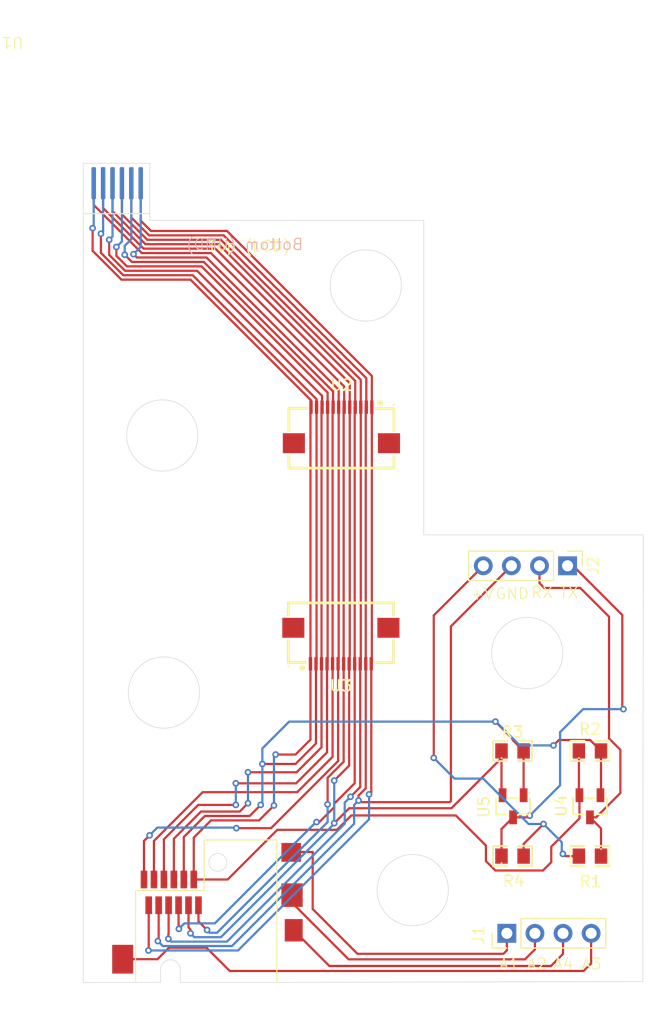
<source format=kicad_pcb>
(kicad_pcb (version 20240108) (generator "pcbnew") (generator_version "8.0")
  (layers (0 "F.Cu" signal) (31 "B.Cu" signal) (34 "B.Paste" user) (35 "F.Paste" user) (36 "B.SilkS" user "B.Silkscreen") (37 "F.SilkS" user "F.Silkscreen") (38 "B.Mask" user) (39 "F.Mask" user) (44 "Edge.Cuts" user))
  (net 0 "")
  (net 1 "/OUT_UART_VCC")
  (net 2 "/OUT_PSPRX")
  (net 3 "/PSPRX")
  (net 4 "/PSP_UART_VCC")
  (net 5 "/PSPTX")
  (net 6 "/OUT_PSPTX")
  (net 7 "/PSP_BLUE_LUME_PB")
  (net 8 "/PSP_WAKE")
  (net 9 "/GND")
  (net 10 "/PSP_VIDEO_DETECT")
  (net 11 "/LUMA_Y")
  (net 12 "/RED_LUMA_PR")
  (net 13 "/PSPMICIN")
  (net 18 "/audio4")
  (net 19 "/audio3")
  (net 20 "/audio2")
  (net 21 "/audio1")
  (footprint "jlcpcb:R0805" (layer "F.Cu") (at 206.025 114.925)
    (property "Reference" "R2" (at 0 -1.95 0) (layer "F.SilkS"))
    (property "Value" "0805W8F1002T5E")
    (fp_line (start -1.761138 -0.917094) (end -0.4762 -0.917094) (stroke (width 0.1524)) (layer "F.SilkS"))
    (fp_line (start -1.761138 0.917094) (end -1.761138 -0.917094) (stroke (width 0.1524)) (layer "F.SilkS"))
    (fp_line (start -0.4762 0.917094) (end -1.761138 0.917094) (stroke (width 0.1524)) (layer "F.SilkS"))
    (fp_line (start 0.4762 0.917094) (end 1.761138 0.917094) (stroke (width 0.1524)) (layer "F.SilkS"))
    (fp_line (start 1.761138 -0.917094) (end 0.4762 -0.917094) (stroke (width 0.1524)) (layer "F.SilkS"))
    (fp_line (start 1.761138 0.917094) (end 1.761138 -0.917094) (stroke (width 0.1524)) (layer "F.SilkS"))
    (fp_circle (center -1 0.637541) (end -0.970028 0.637541) (stroke (width 0.059995)) (fill none) (layer "F.SilkS"))
    (pad "1" smd rect (at -1 0) (size 1.132537 1.377013) (layers "F.Cu" "F.Paste" "F.Mask") (net 3 "/PSPRX"))
    (pad "2" smd rect (at 1 0) (size 1.132537 1.377013) (layers "F.Cu" "F.Paste" "F.Mask") (net 4 "/PSP_UART_VCC"))
  )
  (footprint "jlcpcb:R0805" (layer "F.Cu") (at 206.025 124.425 180)
    (property "Reference" "R1" (at -0.05 -2.3 0) (layer "F.SilkS"))
    (property "Value" "0805W8F1002T5E")
    (fp_line (start 1.761138 0.917094) (end 1.761138 -0.917094) (stroke (width 0.1524)) (layer "F.SilkS"))
    (fp_line (start 1.761138 -0.917094) (end 0.4762 -0.917094) (stroke (width 0.1524)) (layer "F.SilkS"))
    (fp_line (start 0.4762 0.917094) (end 1.761138 0.917094) (stroke (width 0.1524)) (layer "F.SilkS"))
    (fp_line (start -0.4762 0.917094) (end -1.761138 0.917094) (stroke (width 0.1524)) (layer "F.SilkS"))
    (fp_line (start -1.761138 0.917094) (end -1.761138 -0.917094) (stroke (width 0.1524)) (layer "F.SilkS"))
    (fp_line (start -1.761138 -0.917094) (end -0.4762 -0.917094) (stroke (width 0.1524)) (layer "F.SilkS"))
    (fp_circle (center -1 0.637541) (end -0.970028 0.637541) (stroke (width 0.059995)) (fill none) (layer "F.SilkS"))
    (pad "1" smd rect (at -1 0 180) (size 1.132537 1.377013) (layers "F.Cu" "F.Paste" "F.Mask") (net 2 "/OUT_PSPRX"))
    (pad "2" smd rect (at 1 0 180) (size 1.132537 1.377013) (layers "F.Cu" "F.Paste" "F.Mask") (net 1 "/OUT_UART_VCC"))
  )
  (footprint "psp:TVOut Connector" (layer "F.Cu") (at 171.4625 132.3625)
    (property "Reference" "U6" (hide yes))
    (property "Value" "~" (hide yes))
    (fp_line (start -6.525 -4.825) (end -6.525 3.325) (stroke (width 0.1)) (layer "F.SilkS"))
    (fp_line (start -0.325 -9.4) (end -0.325 -4.825) (stroke (width 0.1)) (layer "F.SilkS"))
    (fp_line (start -0.325 -4.825) (end -6.525 -4.825) (stroke (width 0.1)) (layer "F.SilkS"))
    (fp_line (start 6.25 -9.4) (end -0.325 -9.4) (stroke (width 0.1)) (layer "F.SilkS"))
    (fp_line (start 6.25 -9.4) (end 6.25 3.35) (stroke (width 0.1)) (layer "F.SilkS"))
    (fp_line (start -4.275 3.475) (end -6.7875 3.475) (stroke (width 0.05)) (layer "Edge.Cuts"))
    (fp_line (start -4.274062 2.373093) (end -4.275 3.475) (stroke (width 0.05)) (layer "Edge.Cuts"))
    (fp_line (start -2.475 3.475) (end -2.475 2.35) (stroke (width 0.05)) (layer "Edge.Cuts"))
    (fp_line (start -2.475 3.475) (end 6.575 3.475) (stroke (width 0.05)) (layer "Edge.Cuts"))
    (fp_arc (start -4.274062 2.373093) (mid -3.386556 1.424727) (end -2.475 2.35) (stroke (width 0.05)) (layer "Edge.Cuts"))
    (fp_circle (center 0.909706 -7.375) (end 1.709706 -7.25) (stroke (width 0.05)) (fill none) (layer "Edge.Cuts"))
    (pad "1" smd rect (at 7.547206 -8.275) (size 1.775 1.7) (layers "F.Cu" "F.Paste" "F.Mask") (net 21 "/audio1"))
    (pad "2" smd rect (at 7.622206 -4.4125) (size 1.925 2.125) (layers "F.Cu" "F.Paste" "F.Mask") (net 20 "/audio2"))
    (pad "3" smd rect (at -7.690294 1.375) (size 1.9 2.6) (layers "F.Cu" "F.Paste" "F.Mask") (net 19 "/audio3"))
    (pad "4" smd rect (at 7.772206 -1.2375) (size 1.625 2.025) (layers "F.Cu" "F.Paste" "F.Mask") (net 18 "/audio4"))
    (pad "5" smd rect (at -0.840294 -3.5) (size 0.6 1.6) (layers "F.Cu" "F.Paste" "F.Mask") (net 13 "/PSPMICIN"))
    (pad "6" smd rect (at -1.740294 -3.5) (size 0.6 1.6) (layers "F.Cu" "F.Paste" "F.Mask") (net 5 "/PSPTX"))
    (pad "7" smd rect (at -2.640294 -3.5) (size 0.6 1.6) (layers "F.Cu" "F.Paste" "F.Mask") (net 9 "/GND"))
    (pad "8" smd rect (at -3.540294 -3.5) (size 0.6 1.6) (layers "F.Cu" "F.Paste" "F.Mask") (net 11 "/LUMA_Y"))
    (pad "9" smd rect (at -4.440294 -3.5) (size 0.6 1.6) (layers "F.Cu" "F.Paste" "F.Mask") (net 9 "/GND"))
    (pad "10" smd rect (at -5.340294 -3.5) (size 0.6 1.6) (layers "F.Cu" "F.Paste" "F.Mask") (net 12 "/RED_LUMA_PR"))
    (pad "11" smd rect (at -1.265294 -5.825) (size 0.6 1.6) (layers "F.Cu" "F.Paste" "F.Mask") (net 3 "/PSPRX"))
    (pad "12" smd rect (at -2.165294 -5.825) (size 0.6 1.6) (layers "F.Cu" "F.Paste" "F.Mask") (net 4 "/PSP_UART_VCC"))
    (pad "13" smd rect (at -3.065294 -5.825) (size 0.6 1.6) (layers "F.Cu" "F.Paste" "F.Mask") (net 10 "/PSP_VIDEO_DETECT"))
    (pad "14" smd rect (at -3.965294 -5.825) (size 0.6 1.6) (layers "F.Cu" "F.Paste" "F.Mask") (net 8 "/PSP_WAKE"))
    (pad "15" smd rect (at -4.865294 -5.825) (size 0.6 1.6) (layers "F.Cu" "F.Paste" "F.Mask") (net 7 "/PSP_BLUE_LUME_PB"))
    (pad "16" smd rect (at -5.765294 -5.825) (size 0.6 1.6) (layers "F.Cu" "F.Paste" "F.Mask") (net 9 "/GND"))
  )
  (footprint "jlcpcb:SOT-23-3_L2.9-W1.3-P1.90-LS2.4-BR" (layer "F.Cu") (at 199.075038 119.925 90)
    (property "Reference" "U5" (at -0.05 -2.650038 90) (layer "F.SilkS"))
    (property "Value" "BSS138_C7420339")
    (fp_line (start 0.726213 -1.526213) (end -0.726213 -1.526213) (stroke (width 0.1524)) (layer "F.SilkS"))
    (fp_line (start -0.726213 -1.526213) (end -0.726213 -0.49459) (stroke (width 0.1524)) (layer "F.SilkS"))
    (fp_line (start 0.726213 -0.455398) (end 0.726213 0.455398) (stroke (width 0.1524)) (layer "F.SilkS"))
    (fp_line (start 0.726213 1.526213) (end -0.726213 1.526213) (stroke (width 0.1524)) (layer "F.SilkS"))
    (fp_line (start -0.726213 1.526213) (end -0.726213 0.49459) (stroke (width 0.1524)) (layer "F.SilkS"))
    (fp_circle (center 1.2 1.450013) (end 1.229997 1.450013) (stroke (width 0.059995)) (fill none) (layer "F.SilkS"))
    (pad "1" smd rect (at 1 0.949962 90) (size 1.250013 0.7) (layers "F.Cu" "F.Paste" "F.Mask") (net 4 "/PSP_UART_VCC"))
    (pad "2" smd rect (at 1 -0.949962 90) (size 1.250013 0.7) (layers "F.Cu" "F.Paste" "F.Mask") (net 5 "/PSPTX"))
    (pad "3" smd rect (at -1 0 90) (size 1.250013 0.7) (layers "F.Cu" "F.Paste" "F.Mask") (net 6 "/OUT_PSPTX"))
  )
  (footprint "jlcpcb:SOT-23-3_L2.9-W1.3-P1.90-LS2.4-BR" (layer "F.Cu") (at 206.025 119.925 90)
    (property "Reference" "U4" (at 0.05 -2.6 90) (layer "F.SilkS"))
    (property "Value" "BSS138_C7420339")
    (fp_line (start 0.726213 -1.526213) (end -0.726213 -1.526213) (stroke (width 0.1524)) (layer "F.SilkS"))
    (fp_line (start -0.726213 -1.526213) (end -0.726213 -0.49459) (stroke (width 0.1524)) (layer "F.SilkS"))
    (fp_line (start 0.726213 -0.455398) (end 0.726213 0.455398) (stroke (width 0.1524)) (layer "F.SilkS"))
    (fp_line (start 0.726213 1.526213) (end -0.726213 1.526213) (stroke (width 0.1524)) (layer "F.SilkS"))
    (fp_line (start -0.726213 1.526213) (end -0.726213 0.49459) (stroke (width 0.1524)) (layer "F.SilkS"))
    (fp_circle (center 1.2 1.450013) (end 1.229997 1.450013) (stroke (width 0.059995)) (fill none) (layer "F.SilkS"))
    (pad "1" smd rect (at 1 0.949962 90) (size 1.250013 0.7) (layers "F.Cu" "F.Paste" "F.Mask") (net 4 "/PSP_UART_VCC"))
    (pad "2" smd rect (at 1 -0.949962 90) (size 1.250013 0.7) (layers "F.Cu" "F.Paste" "F.Mask") (net 3 "/PSPRX"))
    (pad "3" smd rect (at -1 0 90) (size 1.250013 0.7) (layers "F.Cu" "F.Paste" "F.Mask") (net 2 "/OUT_PSPRX"))
  )
  (footprint "Connector_PinHeader_2.54mm:PinHeader_1x04_P2.54mm_Vertical" (layer "F.Cu") (at 198.51 131.4 90)
    (property "Reference" "J1" (at -0.15 -2.56 90) (layer "F.SilkS"))
    (property "Value" "Conn_01x04_Pin")
    (fp_line (start -1.33 -1.33) (end 0 -1.33) (stroke (width 0.12)) (layer "F.SilkS"))
    (fp_line (start -1.33 0) (end -1.33 -1.33) (stroke (width 0.12)) (layer "F.SilkS"))
    (fp_line (start 1.33 1.27) (end 1.33 8.95) (stroke (width 0.12)) (layer "F.SilkS"))
    (fp_line (start -1.33 1.27) (end 1.33 1.27) (stroke (width 0.12)) (layer "F.SilkS"))
    (fp_line (start -1.33 1.27) (end -1.33 8.95) (stroke (width 0.12)) (layer "F.SilkS"))
    (fp_line (start -1.33 8.95) (end 1.33 8.95) (stroke (width 0.12)) (layer "F.SilkS"))
    (pad "1" thru_hole rect (at 0 0 90) (size 1.7 1.7) (drill 1) (layers "*.Cu" "*.Mask") (net 21 "/audio1"))
    (pad "2" thru_hole oval (at 0 2.54 90) (size 1.7 1.7) (drill 1) (layers "*.Cu" "*.Mask") (net 20 "/audio2"))
    (pad "3" thru_hole oval (at 0 5.08 90) (size 1.7 1.7) (drill 1) (layers "*.Cu" "*.Mask") (net 18 "/audio4"))
    (pad "4" thru_hole oval (at 0 7.62 90) (size 1.7 1.7) (drill 1) (layers "*.Cu" "*.Mask") (net 19 "/audio3"))
  )
  (footprint "jlcpcb:R0805" (layer "F.Cu") (at 199.025 114.925)
    (property "Reference" "R3" (at 0 -1.7 0) (layer "F.SilkS"))
    (property "Value" "0805W8F1002T5E")
    (fp_line (start -1.761138 -0.917094) (end -0.4762 -0.917094) (stroke (width 0.1524)) (layer "F.SilkS"))
    (fp_line (start -1.761138 0.917094) (end -1.761138 -0.917094) (stroke (width 0.1524)) (layer "F.SilkS"))
    (fp_line (start -0.4762 0.917094) (end -1.761138 0.917094) (stroke (width 0.1524)) (layer "F.SilkS"))
    (fp_line (start 0.4762 0.917094) (end 1.761138 0.917094) (stroke (width 0.1524)) (layer "F.SilkS"))
    (fp_line (start 1.761138 -0.917094) (end 0.4762 -0.917094) (stroke (width 0.1524)) (layer "F.SilkS"))
    (fp_line (start 1.761138 0.917094) (end 1.761138 -0.917094) (stroke (width 0.1524)) (layer "F.SilkS"))
    (fp_circle (center -1 0.637541) (end -0.970028 0.637541) (stroke (width 0.059995)) (fill none) (layer "F.SilkS"))
    (pad "1" smd rect (at -1 0) (size 1.132537 1.377013) (layers "F.Cu" "F.Paste" "F.Mask") (net 5 "/PSPTX"))
    (pad "2" smd rect (at 1 0) (size 1.132537 1.377013) (layers "F.Cu" "F.Paste" "F.Mask") (net 4 "/PSP_UART_VCC"))
  )
  (footprint "psp:TVOut Cable" (layer "F.Cu") (at 168.8 70.9375)
    (property "Reference" "U1" (at -15 -20 180) (layer "F.SilkS") (effects (font (thickness 0.1))))
    (property "Value" "~")
    (fp_line (start -2.6 -4.55) (end -8.5 -4.55) (stroke (width 0.1)) (layer "F.SilkS"))
    (fp_line (start -8.6 -9.1) (end -8.6 -4.6) (stroke (width 0.05)) (layer "Edge.Cuts"))
    (fp_line (start -2.575 -9.1) (end -8.6 -9.1) (stroke (width 0.05)) (layer "Edge.Cuts"))
    (fp_line (start -2.575 -4.6) (end -2.575 -9.1) (stroke (width 0.05)) (layer "Edge.Cuts"))
    (pad "1" smd roundrect (at -7.65 -7.3 180) (size 0.4 2.9) (layers "F.Cu" "F.Paste" "F.Mask") (net 13 "/PSPMICIN"))
    (pad "2" smd roundrect (at -6.8 -7.3 180) (size 0.4 2.9) (layers "F.Cu" "F.Paste" "F.Mask") (net 5 "/PSPTX"))
    (pad "3" smd roundrect (at -5.95 -7.3 180) (size 0.4 2.9) (layers "F.Cu" "F.Paste" "F.Mask") (net 9 "/GND"))
    (pad "4" smd roundrect (at -5.1 -7.3 180) (size 0.4 2.9) (layers "F.Cu" "F.Paste" "F.Mask") (net 11 "/LUMA_Y"))
    (pad "5" smd roundrect (at -4.25 -7.3 180) (size 0.4 2.9) (layers "F.Cu" "F.Paste" "F.Mask") (net 9 "/GND"))
    (pad "6" smd roundrect (at -3.4 -7.3 180) (size 0.4 2.9) (layers "F.Cu" "F.Paste" "F.Mask") (net 12 "/RED_LUMA_PR"))
    (pad "7" smd roundrect (at -7.65 -7.3 180) (size 0.4 2.9) (layers "B.Cu" "B.Paste" "B.Mask") (net 3 "/PSPRX"))
    (pad "8" smd roundrect (at -6.8 -7.3 180) (size 0.4 2.9) (layers "B.Cu" "B.Paste" "B.Mask") (net 4 "/PSP_UART_VCC"))
    (pad "9" smd roundrect (at -5.95 -7.3 180) (size 0.4 2.9) (layers "B.Cu" "B.Paste" "B.Mask") (net 10 "/PSP_VIDEO_DETECT"))
    (pad "10" smd roundrect (at -5.1 -7.3 180) (size 0.4 2.9) (layers "B.Cu" "B.Paste" "B.Mask") (net 8 "/PSP_WAKE"))
    (pad "11" smd roundrect (at -4.25 -7.3 180) (size 0.4 2.9) (layers "B.Cu" "B.Paste" "B.Mask") (net 7 "/PSP_BLUE_LUME_PB"))
    (pad "12" smd roundrect (at -3.4 -7.3 180) (size 0.4 2.9) (layers "B.Cu" "B.Paste" "B.Mask") (net 9 "/GND"))
  )
  (footprint "jlcpcb:FPC-SMD_12P-P0.50_XUNPU_FPC-05FB-12PH20" (layer "F.Cu") (at 183.55 85.5)
    (property "Reference" "U2" (at -0.001537 -3.624968 0) (layer "F.SilkS"))
    (property "Value" "FPC-05FB-12PH20")
    (fp_line (start -4.753061 -1.523952) (end -3.131217 -1.523952) (stroke (width 0.254001)) (layer "F.SilkS"))
    (fp_line (start -4.753061 0.493904) (end -4.753061 -1.523952) (stroke (width 0.254001)) (layer "F.SilkS"))
    (fp_line (start -4.753061 3.875032) (end -4.753061 2.756185) (stroke (width 0.254001)) (layer "F.SilkS"))
    (fp_line (start 4.749987 -1.499949) (end 3.131115 -1.499949) (stroke (width 0.254001)) (layer "F.SilkS"))
    (fp_line (start 4.749987 0.493904) (end 4.749987 -1.499949) (stroke (width 0.254001)) (layer "F.SilkS"))
    (fp_line (start 4.749987 3.875032) (end -4.753061 3.875032) (stroke (width 0.254001)) (layer "F.SilkS"))
    (fp_line (start 4.749987 3.875032) (end 4.749987 2.756185) (stroke (width 0.254001)) (layer "F.SilkS"))
    (fp_circle (center 3.499873 -1.999873) (end 3.632969 -1.999873) (stroke (width 0.254001)) (fill none) (layer "F.SilkS"))
    (fp_circle (center 4.750064 -1.859995) (end 4.780061 -1.859995) (stroke (width 0.059995)) (fill none) (layer "F.SilkS"))
    (pad "1" smd rect (at 2.750064 -1.624968) (size 0.3 1.2) (layers "F.Cu" "F.Paste" "F.Mask") (net 12 "/RED_LUMA_PR"))
    (pad "2" smd rect (at 2.249936 -1.624968) (size 0.3 1.2) (layers "F.Cu" "F.Paste" "F.Mask") (net 9 "/GND"))
    (pad "3" smd rect (at 1.750064 -1.624968) (size 0.3 1.2) (layers "F.Cu" "F.Paste" "F.Mask") (net 11 "/LUMA_Y"))
    (pad "4" smd rect (at 1.249936 -1.624968) (size 0.3 1.2) (layers "F.Cu" "F.Paste" "F.Mask") (net 9 "/GND"))
    (pad "5" smd rect (at 0.750064 -1.624968) (size 0.3 1.2) (layers "F.Cu" "F.Paste" "F.Mask") (net 5 "/PSPTX"))
    (pad "6" smd rect (at 0.249936 -1.624968) (size 0.3 1.2) (layers "F.Cu" "F.Paste" "F.Mask") (net 13 "/PSPMICIN"))
    (pad "7" smd rect (at -0.249936 -1.624968) (size 0.3 1.2) (layers "F.Cu" "F.Paste" "F.Mask") (net 9 "/GND"))
    (pad "8" smd rect (at -0.750064 -1.624968) (size 0.3 1.2) (layers "F.Cu" "F.Paste" "F.Mask") (net 7 "/PSP_BLUE_LUME_PB"))
    (pad "9" smd rect (at -1.249936 -1.624968) (size 0.3 1.2) (layers "F.Cu" "F.Paste" "F.Mask") (net 8 "/PSP_WAKE"))
    (pad "10" smd rect (at -1.750064 -1.624968) (size 0.3 1.2) (layers "F.Cu" "F.Paste" "F.Mask") (net 10 "/PSP_VIDEO_DETECT"))
    (pad "11" smd rect (at -2.249936 -1.624968) (size 0.3 1.2) (layers "F.Cu" "F.Paste" "F.Mask") (net 4 "/PSP_UART_VCC"))
    (pad "12" smd rect (at -2.750064 -1.624968) (size 0.3 1.2) (layers "F.Cu" "F.Paste" "F.Mask") (net 3 "/PSPRX"))
    (pad "13" smd rect (at -4.299975 1.624968) (size 2 1.8) (layers "F.Cu" "F.Paste" "F.Mask"))
    (pad "14" smd rect (at 4.299975 1.624968) (size 2 1.8) (layers "F.Cu" "F.Paste" "F.Mask"))
  )
  (footprint "jlcpcb:R0805" (layer "F.Cu") (at 199.025 124.425)
    (property "Reference" "R4" (at 0.1 2.25 0) (layer "F.SilkS"))
    (property "Value" "0805W8F1002T5E")
    (fp_line (start -1.761138 -0.917094) (end -0.4762 -0.917094) (stroke (width 0.1524)) (layer "F.SilkS"))
    (fp_line (start -1.761138 0.917094) (end -1.761138 -0.917094) (stroke (width 0.1524)) (layer "F.SilkS"))
    (fp_line (start -0.4762 0.917094) (end -1.761138 0.917094) (stroke (width 0.1524)) (layer "F.SilkS"))
    (fp_line (start 0.4762 0.917094) (end 1.761138 0.917094) (stroke (width 0.1524)) (layer "F.SilkS"))
    (fp_line (start 1.761138 -0.917094) (end 0.4762 -0.917094) (stroke (width 0.1524)) (layer "F.SilkS"))
    (fp_line (start 1.761138 0.917094) (end 1.761138 -0.917094) (stroke (width 0.1524)) (layer "F.SilkS"))
    (fp_circle (center -1 0.637541) (end -0.970028 0.637541) (stroke (width 0.059995)) (fill none) (layer "F.SilkS"))
    (pad "1" smd rect (at -1 0) (size 1.132537 1.377013) (layers "F.Cu" "F.Paste" "F.Mask") (net 6 "/OUT_PSPTX"))
    (pad "2" smd rect (at 1 0) (size 1.132537 1.377013) (layers "F.Cu" "F.Paste" "F.Mask") (net 1 "/OUT_UART_VCC"))
  )
  (footprint "jlcpcb:FPC-SMD_12P-P0.50_XUNPU_FPC-05FB-12PH20" (layer "F.Cu") (at 183.500025 105.424968 180)
    (property "Reference" "U3" (at -0.001537 -3.624968 0) (layer "F.SilkS"))
    (property "Value" "FPC-05FB-12PH20")
    (fp_line (start 4.749987 3.875032) (end 4.749987 2.756185) (stroke (width 0.254001)) (layer "F.SilkS"))
    (fp_line (start 4.749987 3.875032) (end -4.753061 3.875032) (stroke (width 0.254001)) (layer "F.SilkS"))
    (fp_line (start 4.749987 0.493904) (end 4.749987 -1.499949) (stroke (width 0.254001)) (layer "F.SilkS"))
    (fp_line (start 4.749987 -1.499949) (end 3.131115 -1.499949) (stroke (width 0.254001)) (layer "F.SilkS"))
    (fp_line (start -4.753061 3.875032) (end -4.753061 2.756185) (stroke (width 0.254001)) (layer "F.SilkS"))
    (fp_line (start -4.753061 0.493904) (end -4.753061 -1.523952) (stroke (width 0.254001)) (layer "F.SilkS"))
    (fp_line (start -4.753061 -1.523952) (end -3.131217 -1.523952) (stroke (width 0.254001)) (layer "F.SilkS"))
    (fp_circle (center 4.750064 -1.859995) (end 4.780061 -1.859995) (stroke (width 0.059995)) (fill none) (layer "F.SilkS"))
    (fp_circle (center 3.499873 -1.999873) (end 3.632969 -1.999873) (stroke (width 0.254001)) (fill none) (layer "F.SilkS"))
    (pad "1" smd rect (at 2.750064 -1.624968 180) (size 0.3 1.2) (layers "F.Cu" "F.Paste" "F.Mask") (net 3 "/PSPRX"))
    (pad "2" smd rect (at 2.249936 -1.624968 180) (size 0.3 1.2) (layers "F.Cu" "F.Paste" "F.Mask") (net 4 "/PSP_UART_VCC"))
    (pad "3" smd rect (at 1.750064 -1.624968 180) (size 0.3 1.2) (layers "F.Cu" "F.Paste" "F.Mask") (net 10 "/PSP_VIDEO_DETECT"))
    (pad "4" smd rect (at 1.249936 -1.624968 180) (size 0.3 1.2) (layers "F.Cu" "F.Paste" "F.Mask") (net 8 "/PSP_WAKE"))
    (pad "5" smd rect (at 0.750064 -1.624968 180) (size 0.3 1.2) (layers "F.Cu" "F.Paste" "F.Mask") (net 7 "/PSP_BLUE_LUME_PB"))
    (pad "6" smd rect (at 0.249936 -1.624968 180) (size 0.3 1.2) (layers "F.Cu" "F.Paste" "F.Mask") (net 9 "/GND"))
    (pad "7" smd rect (at -0.249936 -1.624968 180) (size 0.3 1.2) (layers "F.Cu" "F.Paste" "F.Mask") (net 13 "/PSPMICIN"))
    (pad "8" smd rect (at -0.750064 -1.624968 180) (size 0.3 1.2) (layers "F.Cu" "F.Paste" "F.Mask") (net 5 "/PSPTX"))
    (pad "9" smd rect (at -1.249936 -1.624968 180) (size 0.3 1.2) (layers "F.Cu" "F.Paste" "F.Mask") (net 9 "/GND"))
    (pad "10" smd rect (at -1.750064 -1.624968 180) (size 0.3 1.2) (layers "F.Cu" "F.Paste" "F.Mask") (net 11 "/LUMA_Y"))
    (pad "11" smd rect (at -2.249936 -1.624968 180) (size 0.3 1.2) (layers "F.Cu" "F.Paste" "F.Mask") (net 9 "/GND"))
    (pad "12" smd rect (at -2.750064 -1.624968 180) (size 0.3 1.2) (layers "F.Cu" "F.Paste" "F.Mask") (net 12 "/RED_LUMA_PR"))
    (pad "13" smd rect (at -4.299975 1.624968 180) (size 2 1.8) (layers "F.Cu" "F.Paste" "F.Mask"))
    (pad "14" smd rect (at 4.299975 1.624968 180) (size 2 1.8) (layers "F.Cu" "F.Paste" "F.Mask"))
  )
  (footprint "Connector_PinHeader_2.54mm:PinHeader_1x04_P2.54mm_Vertical" (layer "F.Cu") (at 204 98.2 -90)
    (property "Reference" "J2" (at 0 -2.33 90) (layer "F.SilkS"))
    (property "Value" "Conn_01x04_Pin")
    (fp_line (start -1.33 8.95) (end 1.33 8.95) (stroke (width 0.12)) (layer "F.SilkS"))
    (fp_line (start -1.33 1.27) (end -1.33 8.95) (stroke (width 0.12)) (layer "F.SilkS"))
    (fp_line (start -1.33 1.27) (end 1.33 1.27) (stroke (width 0.12)) (layer "F.SilkS"))
    (fp_line (start 1.33 1.27) (end 1.33 8.95) (stroke (width 0.12)) (layer "F.SilkS"))
    (fp_line (start -1.33 0) (end -1.33 -1.33) (stroke (width 0.12)) (layer "F.SilkS"))
    (fp_line (start -1.33 -1.33) (end 0 -1.33) (stroke (width 0.12)) (layer "F.SilkS"))
    (pad "1" thru_hole rect (at 0 0 270) (size 1.7 1.7) (drill 1) (layers "*.Cu" "*.Mask") (net 6 "/OUT_PSPTX"))
    (pad "2" thru_hole oval (at 0 2.54 270) (size 1.7 1.7) (drill 1) (layers "*.Cu" "*.Mask") (net 2 "/OUT_PSPRX"))
    (pad "3" thru_hole oval (at 0 5.08 270) (size 1.7 1.7) (drill 1) (layers "*.Cu" "*.Mask") (net 9 "/GND"))
    (pad "4" thru_hole oval (at 0 7.62 270) (size 1.7 1.7) (drill 1) (layers "*.Cu" "*.Mask") (net 1 "/OUT_UART_VCC"))
  )
  (gr_line (start 164.675 135.8375) (end 160.2 135.85) (stroke (width 0.05)) (layer "Edge.Cuts"))
  (gr_line (start 160.2 72.4) (end 160.2 87) (stroke (width 0.05)) (layer "Edge.Cuts"))
  (gr_line (start 178.0375 135.8375) (end 210.8 135.75) (stroke (width 0.05)) (layer "Edge.Cuts"))
  (gr_line (start 191 67) (end 191 87) (stroke (width 0.05)) (layer "Edge.Cuts"))
  (gr_circle (center 185.75 72.879364) (end 188.6 71.379364) (stroke (width 0.05)) (fill none) (layer "Edge.Cuts"))
  (gr_line (start 166.225 67) (end 191 67) (stroke (width 0.05)) (layer "Edge.Cuts"))
  (gr_line (start 160.2 135.85) (end 160.2 134.15) (stroke (width 0.05)) (layer "Edge.Cuts"))
  (gr_circle (center 200.35 106.079364) (end 203.2 104.579364) (stroke (width 0.05)) (fill none) (layer "Edge.Cuts"))
  (gr_line (start 210.8 135.75) (end 210.85 95.4) (stroke (width 0.05)) (layer "Edge.Cuts"))
  (gr_line (start 160.2 67.55) (end 160.2 72.4) (stroke (width 0.05)) (layer "Edge.Cuts"))
  (gr_line (start 191 95.4) (end 191 87) (stroke (width 0.05)) (layer "Edge.Cuts"))
  (gr_circle (center 190 127.5) (end 192.85 126) (stroke (width 0.05)) (fill none) (layer "Edge.Cuts"))
  (gr_line (start 160.2 87) (end 160.2 134.15) (stroke (width 0.05)) (layer "Edge.Cuts"))
  (gr_line (start 166.225 66.3375) (end 166.225 67) (stroke (width 0.05)) (layer "Edge.Cuts"))
  (gr_line (start 210.85 95.4) (end 191 95.4) (stroke (width 0.05)) (layer "Edge.Cuts"))
  (gr_circle (center 167.5 109.65) (end 170.35 108.15) (stroke (width 0.05)) (fill none) (layer "Edge.Cuts"))
  (gr_circle (center 167.35 86.429364) (end 170.2 84.929364) (stroke (width 0.05)) (fill none) (layer "Edge.Cuts"))
  (gr_line (start 160.2 66.3375) (end 160.2 67.55) (stroke (width 0.05)) (layer "Edge.Cuts"))
  (gr_text "Bottom (UMD)" (at 180.15 69.75 0) (layer "B.SilkS") (effects (font (size 1 1) (thickness 0.1)) (justify left bottom mirror)))
  (gr_text "A3" (at 205.2 134.75 0) (layer "F.SilkS") (effects (font (size 1 1) (thickness 0.1)) (justify left bottom)))
  (gr_text "+V" (at 195.15 101.35 0) (layer "F.SilkS") (effects (font (size 1 1) (thickness 0.1)) (justify left bottom)))
  (gr_text "GND" (at 197.4 101.3 0) (layer "F.SilkS") (effects (font (size 1 1) (thickness 0.1)) (justify left bottom)))
  (gr_text "Top (LCD)" (at 171.4 69.9 0) (layer "F.SilkS") (effects (font (size 1 1) (thickness 0.1)) (justify left bottom)))
  (gr_text "A1" (at 197.75 134.75 0) (layer "F.SilkS") (effects (font (size 1 1) (thickness 0.1)) (justify left bottom)))
  (gr_text "TX" (at 203.2 101.2 0) (layer "F.SilkS") (effects (font (size 1 1) (thickness 0.1)) (justify left bottom)))
  (gr_text "RX" (at 200.65 101.2 0) (layer "F.SilkS") (effects (font (size 1 1) (thickness 0.1)) (justify left bottom)))
  (gr_text "A4" (at 202.65 134.75 0) (layer "F.SilkS") (effects (font (size 1 1) (thickness 0.1)) (justify left bottom)))
  (gr_text "A2" (at 200.25 134.75 0) (layer "F.SilkS") (effects (font (size 1 1) (thickness 0.1)) (justify left bottom)))
  (segment (start 200.025 123.325) (end 201.825 121.525) (width 0.2) (layer "F.Cu") (net 1))
  (segment (start 191.9 102.68) (end 196.38 98.2) (width 0.2) (layer "F.Cu") (net 1))
  (segment (start 205.025 124.425) (end 203.775 124.425) (width 0.2) (layer "F.Cu") (net 1))
  (segment (start 203.775 124.425) (end 203.575 124.225) (width 0.2) (layer "F.Cu") (net 1))
  (segment (start 200.025 124.425) (end 200.025 123.325) (width 0.2) (layer "F.Cu") (net 1))
  (segment (start 191.9 115.55) (end 191.9 102.68) (width 0.2) (layer "F.Cu") (net 1))
  (via (at 191.9 115.55) (size 0.6) (drill 0.3) (layers "F.Cu" "B.Cu") (net 1))
  (via (at 201.825 121.525) (size 0.6) (drill 0.3) (layers "F.Cu" "B.Cu") (net 1))
  (via (at 203.575 124.225) (size 0.6) (drill 0.3) (layers "F.Cu" "B.Cu") (net 1))
  (segment (start 200.476471 121.525) (end 201.825 121.525) (width 0.2) (layer "B.Cu") (net 1))
  (segment (start 203.475 124.125) (end 203.475 123.175) (width 0.2) (layer "B.Cu") (net 1))
  (segment (start 196.375 117.423529) (end 200.476471 121.525) (width 0.2) (layer "B.Cu") (net 1))
  (segment (start 191.9 115.55) (end 193.773529 117.423529) (width 0.2) (layer "B.Cu") (net 1))
  (segment (start 193.773529 117.423529) (end 196.375 117.423529) (width 0.2) (layer "B.Cu") (net 1))
  (segment (start 203.475 123.175) (end 201.825 121.525) (width 0.2) (layer "B.Cu") (net 1))
  (segment (start 203.575 124.225) (end 203.475 124.125) (width 0.2) (layer "B.Cu") (net 1))
  (segment (start 207.75 102.8) (end 205.15 100.2) (width 0.2) (layer "F.Cu") (net 2))
  (segment (start 207.025 124.425) (end 207.025 121.925) (width 0.2) (layer "F.Cu") (net 2))
  (segment (start 206.025 120.925) (end 206.575 120.925) (width 0.2) (layer "F.Cu") (net 2))
  (segment (start 205.15 100.2) (end 201.9 100.2) (width 0.2) (layer "F.Cu") (net 2))
  (segment (start 208.775 114.820226) (end 207.75 113.795226) (width 0.2) (layer "F.Cu") (net 2))
  (segment (start 206.575 120.925) (end 208.775 118.725) (width 0.2) (layer "F.Cu") (net 2))
  (segment (start 207.025 121.925) (end 206.025 120.925) (width 0.2) (layer "F.Cu") (net 2))
  (segment (start 201.9 100.2) (end 201.46 99.76) (width 0.2) (layer "F.Cu") (net 2))
  (segment (start 208.775 118.725) (end 208.775 114.820226) (width 0.2) (layer "F.Cu") (net 2))
  (segment (start 201.46 99.76) (end 201.46 98.2) (width 0.2) (layer "F.Cu") (net 2))
  (segment (start 207.75 113.795226) (end 207.75 102.8) (width 0.2) (layer "F.Cu") (net 2))
  (segment (start 184.448529 120.75) (end 183.148529 122.05) (width 0.2) (layer "F.Cu") (net 3))
  (segment (start 180.799936 83.249936) (end 180.799936 83.875032) (width 0.2) (layer "F.Cu") (net 3))
  (segment (start 180.749961 107.049936) (end 180.749961 83.925007) (width 0.2) (layer "F.Cu") (net 3))
  (segment (start 170.197206 122.752794) (end 171.75 121.2) (width 0.2) (layer "F.Cu") (net 3))
  (segment (start 161.05 67.7) (end 161.05 69.745586) (width 0.2) (layer "F.Cu") (net 3))
  (segment (start 202.525 123.575) (end 202.525 124.975) (width 0.2) (layer "F.Cu") (net 3))
  (segment (start 201.775 125.725) (end 197.470226 125.725) (width 0.2) (layer "F.Cu") (net 3))
  (segment (start 196.620226 123.475) (end 193.895226 120.75) (width 0.2) (layer "F.Cu") (net 3))
  (segment (start 173.2625 126.5375) (end 170.197206 126.5375) (width 0.2) (layer "F.Cu") (net 3))
  (segment (start 177.6 115.25) (end 179.4 115.25) (width 0.2) (layer "F.Cu") (net 3))
  (segment (start 161.05 69.745586) (end 163.654413 72.35) (width 0.2) (layer "F.Cu") (net 3))
  (segment (start 183.148529 122.05) (end 177.75 122.05) (width 0.2) (layer "F.Cu") (net 3))
  (segment (start 180.749961 83.925007) (end 180.799936 83.875032) (width 0.2) (layer "F.Cu") (net 3))
  (segment (start 176.1 121.2) (end 177.45 119.85) (width 0.2) (layer "F.Cu") (net 3))
  (segment (start 202.525 124.975) (end 201.775 125.725) (width 0.2) (layer "F.Cu") (net 3))
  (segment (start 205.025 118.874962) (end 205.075038 118.925) (width 0.2) (layer "F.Cu") (net 3))
  (segment (start 177.75 122.05) (end 173.2625 126.5375) (width 0.2) (layer "F.Cu") (net 3))
  (segment (start 163.654413 72.35) (end 169.9 72.35) (width 0.2) (layer "F.Cu") (net 3))
  (segment (start 197.470226 125.725) (end 196.620226 124.875) (width 0.2) (layer "F.Cu") (net 3))
  (segment (start 205.025 114.925) (end 205.025 118.874962) (width 0.2) (layer "F.Cu") (net 3))
  (segment (start 205.075038 118.925) (end 205.075038 121.024962) (width 0.2) (layer "F.Cu") (net 3))
  (segment (start 171.75 121.2) (end 176.1 121.2) (width 0.2) (layer "F.Cu") (net 3))
  (segment (start 193.895226 120.75) (end 184.448529 120.75) (width 0.2) (layer "F.Cu") (net 3))
  (segment (start 205.075038 121.024962) (end 202.525 123.575) (width 0.2) (layer "F.Cu") (net 3))
  (segment (start 179.4 115.25) (end 180.749961 113.900039) (width 0.2) (layer "F.Cu") (net 3))
  (segment (start 180.749961 113.900039) (end 180.749961 107.049936) (width 0.2) (layer "F.Cu") (net 3))
  (segment (start 169.9 72.35) (end 180.799936 83.249936) (width 0.2) (layer "F.Cu") (net 3))
  (segment (start 196.620226 124.875) (end 196.620226 123.475) (width 0.2) (layer "F.Cu") (net 3))
  (segment (start 170.197206 126.5375) (end 170.197206 122.752794) (width 0.2) (layer "F.Cu") (net 3))
  (via (at 177.6 115.25) (size 0.6) (drill 0.3) (layers "F.Cu" "B.Cu") (net 3))
  (via (at 177.45 119.85) (size 0.6) (drill 0.3) (layers "F.Cu" "B.Cu") (net 3))
  (via (at 161.05 67.7) (size 0.6) (drill 0.3) (layers "F.Cu" "B.Cu") (net 3))
  (segment (start 177.45 115.4) (end 177.6 115.25) (width 0.2) (layer "B.Cu") (net 3))
  (segment (start 161.15 63.6375) (end 161.15 67.6) (width 0.2) (layer "B.Cu") (net 3))
  (segment (start 177.45 119.85) (end 177.45 115.4) (width 0.2) (layer "B.Cu") (net 3))
  (segment (start 161.15 67.6) (end 161.05 67.7) (width 0.2) (layer "B.Cu") (net 3))
  (segment (start 181.300064 83.150064) (end 181.300064 83.875032) (width 0.2) (layer "F.Cu") (net 4))
  (segment (start 206.036494 113.936494) (end 203.213506 113.936494) (width 0.2) (layer "F.Cu") (net 4))
  (segment (start 169.297206 122.702794) (end 169.297206 126.5375) (width 0.2) (layer "F.Cu") (net 4))
  (segment (start 163.820099 71.95) (end 170.1 71.95) (width 0.2) (layer "F.Cu") (net 4))
  (segment (start 181.300064 106.999961) (end 181.250089 107.049936) (width 0.2) (layer "F.Cu") (net 4))
  (segment (start 199.036494 113.836494) (end 199.036494 113.936494) (width 0.2) (layer "F.Cu") (net 4))
  (segment (start 175.25 120.8) (end 171.2 120.8) (width 0.2) (layer "F.Cu") (net 4))
  (segment (start 181.300064 83.875032) (end 181.300064 106.999961) (width 0.2) (layer "F.Cu") (net 4))
  (segment (start 170.1 71.95) (end 181.300064 83.150064) (width 0.2) (layer "F.Cu") (net 4))
  (segment (start 171.2 120.8) (end 169.297206 122.702794) (width 0.2) (layer "F.Cu") (net 4))
  (segment (start 207.025 114.925) (end 206.036494 113.936494) (width 0.2) (layer "F.Cu") (net 4))
  (segment (start 176.25 119.8) (end 175.25 120.8) (width 0.2) (layer "F.Cu") (net 4))
  (segment (start 199.036494 113.936494) (end 200.025 114.925) (width 0.2) (layer "F.Cu") (net 4))
  (segment (start 203.213506 113.936494) (end 202.725 114.425) (width 0.2) (layer "F.Cu") (net 4))
  (segment (start 207.025 118.874962) (end 206.974962 118.925) (width 0.2) (layer "F.Cu") (net 4))
  (segment (start 207.025 114.925) (end 207.025 118.874962) (width 0.2) (layer "F.Cu") (net 4))
  (segment (start 161.8 68.2) (end 161.8 69.929901) (width 0.2) (layer "F.Cu") (net 4))
  (segment (start 197.475 112.275) (end 199.036494 113.836494) (width 0.2) (layer "F.Cu") (net 4))
  (segment (start 179.4 116.1) (end 181.250089 114.249911) (width 0.2) (layer "F.Cu") (net 4))
  (segment (start 161.8 69.929901) (end 163.820099 71.95) (width 0.2) (layer "F.Cu") (net 4))
  (segment (start 200.025 114.925) (end 200.025 118.925) (width 0.2) (layer "F.Cu") (net 4))
  (segment (start 181.250089 107.049936) (end 181.250089 114.249911) (width 0.2) (layer "F.Cu") (net 4))
  (segment (start 179.4 116.1) (end 176.4 116.1) (width 0.2) (layer "F.Cu") (net 4))
  (via (at 176.4 116.1) (size 0.6) (drill 0.3) (layers "F.Cu" "B.Cu") (net 4))
  (via (at 197.475 112.275) (size 0.6) (drill 0.3) (layers "F.Cu" "B.Cu") (net 4))
  (via (at 202.725 114.425) (size 0.6) (drill 0.3) (layers "F.Cu" "B.Cu") (net 4))
  (via (at 161.8 68.2) (size 0.6) (drill 0.3) (layers "F.Cu" "B.Cu") (net 4))
  (via (at 176.25 119.8) (size 0.6) (drill 0.3) (layers "F.Cu" "B.Cu") (net 4))
  (segment (start 176.4 119.65) (end 176.25 119.8) (width 0.2) (layer "B.Cu") (net 4))
  (segment (start 197.525 112.275) (end 197.475 112.275) (width 0.2) (layer "B.Cu") (net 4))
  (segment (start 197.475 112.275) (end 178.826471 112.275) (width 0.2) (layer "B.Cu") (net 4))
  (segment (start 197.475 112.275) (end 197.625 112.125) (width 0.2) (layer "B.Cu") (net 4))
  (segment (start 176.4 114.701471) (end 176.4 116.1) (width 0.2) (layer "B.Cu") (net 4))
  (segment (start 162 68) (end 161.8 68.2) (width 0.2) (layer "B.Cu") (net 4))
  (segment (start 199.675 114.425) (end 197.525 112.275) (width 0.2) (layer "B.Cu") (net 4))
  (segment (start 162 63.6375) (end 162 68) (width 0.2) (layer "B.Cu") (net 4))
  (segment (start 176.4 116.1) (end 176.4 119.65) (width 0.2) (layer "B.Cu") (net 4))
  (segment (start 178.826471 112.275) (end 176.4 114.701471) (width 0.2) (layer "B.Cu") (net 4))
  (segment (start 202.725 114.425) (end 199.675 114.425) (width 0.2) (layer "B.Cu") (net 4))
  (segment (start 172.15 69.55) (end 184.300064 81.700064) (width 0.2) (layer "F.Cu") (net 5))
  (segment (start 184.300064 106.999961) (end 184.250089 107.049936) (width 0.2) (layer "F.Cu") (net 5))
  (segment (start 169.9 131.4) (end 169.9 131.05) (width 0.2) (layer "F.Cu") (net 5))
  (segment (start 184.25 120.1) (end 193.500076 120.1) (width 0.2) (layer "F.Cu") (net 5))
  (segment (start 184.300064 81.700064) (end 184.300064 83.875032) (width 0.2) (layer "F.Cu") (net 5))
  (segment (start 162 65.886272) (end 165.663728 69.55) (width 0.2) (layer "F.Cu") (net 5))
  (segment (start 193.500076 120.1) (end 198.025 115.575076) (width 0.2) (layer "F.Cu") (net 5))
  (segment (start 184.250089 107.049936) (end 184.250089 116.249911) (width 0.2) (layer "F.Cu") (net 5))
  (segment (start 162 63.6375) (end 162 65.886272) (width 0.2) (layer "F.Cu") (net 5))
  (segment (start 182.9 121.45) (end 184.25 120.1) (width 0.2) (layer "F.Cu") (net 5))
  (segment (start 169.9 131.05) (end 169.722206 130.872206) (width 0.2) (layer "F.Cu") (net 5))
  (segment (start 165.663728 69.55) (end 172.15 69.55) (width 0.2) (layer "F.Cu") (net 5))
  (segment (start 198.025 115.575076) (end 198.025 114.925) (width 0.2) (layer "F.Cu") (net 5))
  (segment (start 184.300064 83.875032) (end 184.300064 106.999961) (width 0.2) (layer "F.Cu") (net 5))
  (segment (start 169.722206 130.872206) (end 169.722206 128.8625) (width 0.2) (layer "F.Cu") (net 5))
  (segment (start 198.025 114.925) (end 198.025 118.824924) (width 0.2) (layer "F.Cu") (net 5))
  (segment (start 184.250089 116.249911) (end 182.9 117.6) (width 0.2) (layer "F.Cu") (net 5))
  (segment (start 198.025 118.824924) (end 198.125076 118.925) (width 0.2) (layer "F.Cu") (net 5))
  (via (at 182.9 121.45) (size 0.6) (drill 0.3) (layers "F.Cu" "B.Cu") (net 5))
  (via (at 182.9 117.6) (size 0.6) (drill 0.3) (layers "F.Cu" "B.Cu") (net 5))
  (via (at 169.9 131.4) (size 0.6) (drill 0.3) (layers "F.Cu" "B.Cu") (net 5))
  (segment (start 182.9 121.5) (end 172.65 131.75) (width 0.2) (layer "B.Cu") (net 5))
  (segment (start 182.9 121.45) (end 182.9 121.5) (width 0.2) (layer "B.Cu") (net 5))
  (segment (start 170.25 131.75) (end 169.9 131.4) (width 0.2) (layer "B.Cu") (net 5))
  (segment (start 182.9 117.6) (end 182.9 121.45) (width 0.2) (layer "B.Cu") (net 5))
  (segment (start 172.65 131.75) (end 170.25 131.75) (width 0.2) (layer "B.Cu") (net 5))
  (segment (start 198.025 124.425) (end 198.025 121.975038) (width 0.2) (layer "F.Cu") (net 6))
  (segment (start 199.075038 120.925) (end 200.425 120.925) (width 0.2) (layer "F.Cu") (net 6))
  (segment (start 208.95 111.05) (end 208.95 102.65) (width 0.2) (layer "F.Cu") (net 6))
  (segment (start 198.025 121.975038) (end 199.075038 120.925) (width 0.2) (layer "F.Cu") (net 6))
  (segment (start 200.425 120.925) (end 200.575 120.775) (width 0.2) (layer "F.Cu") (net 6))
  (segment (start 208.95 102.65) (end 204.5 98.2) (width 0.2) (layer "F.Cu") (net 6))
  (segment (start 204.5 98.2) (end 204 98.2) (width 0.2) (layer "F.Cu") (net 6))
  (segment (start 209.05 111.15) (end 208.95 111.05) (width 0.2) (layer "F.Cu") (net 6))
  (via (at 209.05 111.15) (size 0.6) (drill 0.3) (layers "F.Cu" "B.Cu") (net 6))
  (via (at 200.575 120.775) (size 0.6) (drill 0.3) (layers "F.Cu" "B.Cu") (net 6))
  (segment (start 203.325 113.225) (end 203.325 118.025) (width 0.2) (layer "B.Cu") (net 6))
  (segment (start 203.325 118.025) (end 200.575 120.775) (width 0.2) (layer "B.Cu") (net 6))
  (segment (start 205.4 111.15) (end 203.325 113.225) (width 0.2) (layer "B.Cu") (net 6))
  (segment (start 209.05 111.15) (end 205.4 111.15) (width 0.2) (layer "B.Cu") (net 6))
  (segment (start 166.597206 123.052794) (end 171 118.65) (width 0.2) (layer "F.Cu") (net 7))
  (segment (start 182.749961 115.450039) (end 182.749961 107.049936) (width 0.2) (layer "F.Cu") (net 7))
  (segment (start 179.55 118.65) (end 182.749961 115.450039) (width 0.2) (layer "F.Cu") (net 7))
  (segment (start 171 118.65) (end 179.55 118.65) (width 0.2) (layer "F.Cu") (net 7))
  (segment (start 182.749961 83.925007) (end 182.799936 83.875032) (width 0.2) (layer "F.Cu") (net 7))
  (segment (start 182.799936 82.449936) (end 182.799936 83.875032) (width 0.2) (layer "F.Cu") (net 7))
  (segment (start 164.6 70.75) (end 171.1 70.75) (width 0.2) (layer "F.Cu") (net 7))
  (segment (start 166.597206 126.5375) (end 166.597206 123.052794) (width 0.2) (layer "F.Cu") (net 7))
  (segment (start 182.749961 107.049936) (end 182.749961 83.925007) (width 0.2) (layer "F.Cu") (net 7))
  (segment (start 171.1 70.75) (end 182.799936 82.449936) (width 0.2) (layer "F.Cu") (net 7))
  (segment (start 163.95 70.1) (end 164.6 70.75) (width 0.2) (layer "F.Cu") (net 7))
  (via (at 163.95 70.1) (size 0.6) (drill 0.3) (layers "F.Cu" "B.Cu") (net 7))
  (segment (start 163.95 70.1) (end 163.95 69.3) (width 0.2) (layer "B.Cu") (net 7))
  (segment (start 163.95 69.3) (end 164.55 68.7) (width 0.2) (layer "B.Cu") (net 7))
  (segment (start 164.55 68.7) (end 164.55 63.6375) (width 0.2) (layer "B.Cu") (net 7))
  (segment (start 182.250089 115.049911) (end 182.250089 107.049936) (width 0.2) (layer "F.Cu") (net 8))
  (segment (start 170.9 71.15) (end 182.300064 82.550064) (width 0.2) (layer "F.Cu") (net 8))
  (segment (start 170.6 119.8) (end 174 119.8) (width 0.2) (layer "F.Cu") (net 8))
  (segment (start 174 117.85) (end 179.45 117.85) (width 0.2) (layer "F.Cu") (net 8))
  (segment (start 179.45 117.85) (end 182.250089 115.049911) (width 0.2) (layer "F.Cu") (net 8))
  (segment (start 167.497206 122.902794) (end 170.6 119.8) (width 0.2) (layer "F.Cu") (net 8))
  (segment (start 182.300064 106.999961) (end 182.250089 107.049936) (width 0.2) (layer "F.Cu") (net 8))
  (segment (start 182.300064 83.875032) (end 182.300064 106.999961) (width 0.2) (layer "F.Cu") (net 8))
  (segment (start 167.497206 126.5375) (end 167.497206 122.902794) (width 0.2) (layer "F.Cu") (net 8))
  (segment (start 163.2 70.198529) (end 164.151471 71.15) (width 0.2) (layer "F.Cu") (net 8))
  (segment (start 163.2 69.4) (end 163.2 70.198529) (width 0.2) (layer "F.Cu") (net 8))
  (segment (start 164.151471 71.15) (end 170.9 71.15) (width 0.2) (layer "F.Cu") (net 8))
  (segment (start 182.300064 82.550064) (end 182.300064 83.875032) (width 0.2) (layer "F.Cu") (net 8))
  (via (at 174 119.8) (size 0.6) (drill 0.3) (layers "F.Cu" "B.Cu") (net 8))
  (via (at 174 117.85) (size 0.6) (drill 0.3) (layers "F.Cu" "B.Cu") (net 8))
  (via (at 163.2 69.4) (size 0.6) (drill 0.3) (layers "F.Cu" "B.Cu") (net 8))
  (segment (start 163.7 68.9) (end 163.2 69.4) (width 0.2) (layer "B.Cu") (net 8))
  (segment (start 163.7 63.6375) (end 163.7 68.9) (width 0.2) (layer "B.Cu") (net 8))
  (segment (start 174 117.85) (end 174 119.8) (width 0.2) (layer "B.Cu") (net 8))
  (segment (start 193.45 103.67) (end 198.92 98.2) (width 0.2) (layer "F.Cu") (net 9))
  (segment (start 166.160786 68.35) (end 172.9 68.35) (width 0.2) (layer "F.Cu") (net 9))
  (segment (start 171.35 70.35) (end 183.300064 82.300064) (width 0.2) (layer "F.Cu") (net 9))
  (segment (start 183.300064 106.999961) (end 183.250089 107.049936) (width 0.2) (layer "F.Cu") (net 9))
  (segment (start 167.022206 132.027794) (end 167.022206 128.8625) (width 0.2) (layer "F.Cu") (net 9))
  (segment (start 166.2 122.55) (end 165.697206 123.052794) (width 0.2) (layer "F.Cu") (net 9))
  (segment (start 164.55 63.6375) (end 164.55 66.739214) (width 0.2) (layer "F.Cu") (net 9))
  (segment (start 185.1 118.951471) (end 185.749961 118.30151) (width 0.2) (layer "F.Cu") (net 9))
  (segment (start 165.697206 123.052794) (end 165.697206 126.5375) (width 0.2) (layer "F.Cu") (net 9))
  (segment (start 193.45 119.45) (end 193.45 103.67) (width 0.2) (layer "F.Cu") (net 9))
  (segment (start 185.749961 107.049936) (end 185.749961 83.925007) (width 0.2) (layer "F.Cu") (net 9))
  (segment (start 184.799936 81.499936) (end 172.45 69.15) (width 0.2) (layer "F.Cu") (net 9))
  (segment (start 168.85 131) (end 168.85 130.65) (width 0.2) (layer "F.Cu") (net 9))
  (segment (start 185.749961 118.30151) (end 185.749961 107.049936) (width 0.2) (layer "F.Cu") (net 9))
  (segment (start 181.55 121.35) (end 181.3 121.35) (width 0.2) (layer "F.Cu") (net 9))
  (segment (start 185.749961 83.925007) (end 185.799936 83.875032) (width 0.2) (layer "F.Cu") (net 9))
  (segment (start 183.250089 115.835696) (end 183.250089 107.049936) (width 0.2) (layer "F.Cu") (net 9))
  (segment (start 185.25 119.55) (end 193.35 119.55) (width 0.2) (layer "F.Cu") (net 9))
  (segment (start 164.748364 70.048851) (end 165.049513 70.35) (width 0.2) (layer "F.Cu") (net 9))
  (segment (start 184.749961 117.839894) (end 182.9 119.689855) (width 0.2) (layer "F.Cu") (net 9))
  (segment (start 174.05 121.9) (end 177.185785 121.9) (width 0.2) (layer "F.Cu") (net 9))
  (segment (start 165.049513 70.35) (end 171.35 70.35) (width 0.2) (layer "F.Cu") (net 9))
  (segment (start 177.185785 121.9) (end 183.250089 115.835696) (width 0.2) (layer "F.Cu") (net 9))
  (segment (start 162.85 66.170586) (end 162.85 63.6375) (width 0.2) (layer "F.Cu") (net 9))
  (segment (start 185.1 119.4) (end 185.1 118.951471) (width 0.2) (layer "F.Cu") (net 9))
  (segment (start 193.35 119.55) (end 193.45 119.45) (width 0.2) (layer "F.Cu") (net 9))
  (segment (start 165.829414 69.15) (end 162.85 66.170586) (width 0.2) (layer "F.Cu") (net 9))
  (segment (start 185.799936 81.249936) (end 185.799936 83.875032) (width 0.2) (layer "F.Cu") (net 9))
  (segment (start 182.9 120) (end 181.55 121.35) (width 0.2) (layer "F.Cu") (net 9))
  (segment (start 166.95 132.1) (end 167.022206 132.027794) (width 0.2) (layer "F.Cu") (net 9))
  (segment (start 168.85 130.65) (end 168.822206 130.622206) (width 0.2) (layer "F.Cu") (net 9))
  (segment (start 172.9 68.35) (end 185.799936 81.249936) (width 0.2) (layer "F.Cu") (net 9))
  (segment (start 172.45 69.15) (end 165.829414 69.15) (width 0.2) (layer "F.Cu") (net 9))
  (segment (start 183.300064 83.875032) (end 183.300064 106.999961) (width 0.2) (layer "F.Cu") (net 9))
  (segment (start 183.300064 82.300064) (end 183.300064 83.875032) (width 0.2) (layer "F.Cu") (net 9))
  (segment (start 184.799936 83.875032) (end 184.799936 81.499936) (width 0.2) (layer "F.Cu") (net 9))
  (segment (start 168.822206 130.622206) (end 168.822206 128.8625) (width 0.2) (layer "F.Cu") (net 9))
  (segment (start 164.55 66.739214) (end 166.160786 68.35) (width 0.2) (layer "F.Cu") (net 9))
  (segment (start 184.749961 83.925007) (end 184.799936 83.875032) (width 0.2) (layer "F.Cu") (net 9))
  (segment (start 182.9 119.689855) (end 182.9 120) (width 0.2) (layer "F.Cu") (net 9))
  (segment (start 184.749961 107.049936) (end 184.749961 117.839894) (width 0.2) (layer "F.Cu") (net 9))
  (segment (start 185.1 119.4) (end 185.25 119.55) (width 0.2) (layer "F.Cu") (net 9))
  (segment (start 184.749961 107.049936) (end 184.749961 83.925007) (width 0.2) (layer "F.Cu") (net 9))
  (via (at 166.2 122.55) (size 0.6) (drill 0.3) (layers "F.Cu" "B.Cu") (net 9))
  (via (at 185.1 119.4) (size 0.6) (drill 0.3) (layers "F.Cu" "B.Cu") (net 9))
  (via (at 168.85 131) (size 0.6) (drill 0.3) (layers "F.Cu" "B.Cu") (net 9))
  (via (at 164.748364 70.048851) (size 0.6) (drill 0.3) (layers "F.Cu" "B.Cu") (net 9))
  (via (at 166.95 132.1) (size 0.6) (drill 0.3) (layers "F.Cu" "B.Cu") (net 9))
  (via (at 181.3 121.35) (size 0.6) (drill 0.3) (layers "F.Cu" "B.Cu") (net 9))
  (via (at 174.05 121.9) (size 0.6) (drill 0.3) (layers "F.Cu" "B.Cu") (net 9))
  (segment (start 184.7 121.5) (end 173.65 132.55) (width 0.2) (layer "B.Cu") (net 9))
  (segment (start 166.9 121.85) (end 166.2 122.55) (width 0.2) (layer "B.Cu") (net 9))
  (segment (start 169.35 130.5) (end 168.85 131) (width 0.2) (layer "B.Cu") (net 9))
  (segment (start 167.4 132.55) (end 166.95 132.1) (width 0.2) (layer "B.Cu") (net 9))
  (segment (start 181.25 121.35) (end 172.1 130.5) (width 0.2) (layer "B.Cu") (net 9))
  (segment (start 165.4 69.397215) (end 165.4 63.6375) (width 0.2) (layer "B.Cu") (net 9))
  (segment (start 164.748364 70.048851) (end 165.4 69.397215) (width 0.2) (layer "B.Cu") (net 9))
  (segment (start 181.3 121.35) (end 181.25 121.35) (width 0.2) (layer "B.Cu") (net 9))
  (segment (start 174 121.85) (end 166.9 121.85) (width 0.2) (layer "B.Cu") (net 9))
  (segment (start 172.1 130.5) (end 169.35 130.5) (width 0.2) (layer "B.Cu") (net 9))
  (segment (start 174.05 121.9) (end 174 121.85) (width 0.2) (layer "B.Cu") (net 9))
  (segment (start 173.65 132.55) (end 167.4 132.55) (width 0.2) (layer "B.Cu") (net 9))
  (segment (start 185.1 119.4) (end 184.7 119.8) (width 0.2) (layer "B.Cu") (net 9))
  (segment (start 184.7 119.8) (end 184.7 121.5) (width 0.2) (layer "B.Cu") (net 9))
  (segment (start 170.5 71.55) (end 181.799936 82.849936) (width 0.2) (layer "F.Cu") (net 10))
  (segment (start 179.5 116.85) (end 181.749961 114.600039) (width 0.2) (layer "F.Cu") (net 10))
  (segment (start 168.397206 122.852794) (end 170.85 120.4) (width 0.2) (layer "F.Cu") (net 10))
  (segment (start 163.985785 71.55) (end 170.5 71.55) (width 0.2) (layer "F.Cu") (net 10))
  (segment (start 162.55 68.75) (end 162.55 70.114215) (width 0.2) (layer "F.Cu") (net 10))
  (segment (start 181.749961 107.049936) (end 181.749961 83.925007) (width 0.2) (layer "F.Cu") (net 10))
  (segment (start 181.799936 82.849936) (end 181.799936 83.875032) (width 0.2) (layer "F.Cu") (net 10))
  (segment (start 170.85 120.4) (end 174.35 120.4) (width 0.2) (layer "F.Cu") (net 10))
  (segment (start 181.749961 114.600039) (end 181.749961 107.049936) (width 0.2) (layer "F.Cu") (net 10))
  (segment (start 168.397206 126.5375) (end 168.397206 122.852794) (width 0.2) (layer "F.Cu") (net 10))
  (segment (start 175.1 116.85) (end 179.5 116.85) (width 0.2) (layer "F.Cu") (net 10))
  (segment (start 162.55 70.114215) (end 163.985785 71.55) (width 0.2) (layer "F.Cu") (net 10))
  (segment (start 174.35 120.4) (end 175.1 119.65) (width 0.2) (layer "F.Cu") (net 10))
  (segment (start 181.749961 83.925007) (end 181.799936 83.875032) (width 0.2) (layer "F.Cu") (net 10))
  (via (at 175.1 119.65) (size 0.6) (drill 0.3) (layers "F.Cu" "B.Cu") (net 10))
  (via (at 175.1 116.85) (size 0.6) (drill 0.3) (layers "F.Cu" "B.Cu") (net 10))
  (via (at 162.55 68.75) (size 0.6) (drill 0.3) (layers "F.Cu" "B.Cu") (net 10))
  (segment (start 175.1 116.85) (end 175.1 119.65) (width 0.2) (layer "B.Cu") (net 10))
  (segment (start 162.85 68.45) (end 162.55 68.75) (width 0.2) (layer "B.Cu") (net 10))
  (segment (start 162.85 63.6375) (end 162.85 68.45) (width 0.2) (layer "B.Cu") (net 10))
  (segment (start 167.922206 131.477794) (end 167.922206 128.8625) (width 0.2) (layer "F.Cu") (net 11))
  (segment (start 165.9951 68.75) (end 172.65 68.75) (width 0.2) (layer "F.Cu") (net 11))
  (segment (start 185.250089 118.188295) (end 185.250089 107.049936) (width 0.2) (layer "F.Cu") (net 11))
  (segment (start 184.373631 119.064753) (end 185.250089 118.188295) (width 0.2) (layer "F.Cu") (net 11))
  (segment (start 185.300064 106.999961) (end 185.250089 107.049936) (width 0.2) (layer "F.Cu") (net 11))
  (segment (start 172.65 68.75) (end 185.300064 81.400064) (width 0.2) (layer "F.Cu") (net 11))
  (segment (start 167.9 131.9) (end 167.9 131.5) (width 0.2) (layer "F.Cu") (net 11))
  (segment (start 163.7 63.6375) (end 163.7 66.4549) (width 0.2) (layer "F.Cu") (net 11))
  (segment (start 163.7 66.4549) (end 165.9951 68.75) (width 0.2) (layer "F.Cu") (net 11))
  (segment (start 185.300064 81.400064) (end 185.300064 83.875032) (width 0.2) (layer "F.Cu") (net 11))
  (segment (start 167.9 131.5) (end 167.922206 131.477794) (width 0.2) (layer "F.Cu") (net 11))
  (segment (start 185.300064 83.875032) (end 185.300064 106.999961) (width 0.2) (layer "F.Cu") (net 11))
  (via (at 184.373631 119.064753) (size 0.6) (drill 0.3) (layers "F.Cu" "B.Cu") (net 11))
  (via (at 167.9 131.9) (size 0.6) (drill 0.3) (layers "F.Cu" "B.Cu") (net 11))
  (segment (start 183.85 121.5) (end 173.2 132.15) (width 0.2) (layer "B.Cu") (net 11))
  (segment (start 168.15 132.15) (end 167.9 131.9) (width 0.2) (layer "B.Cu") (net 11))
  (segment (start 184.373631 119.064753) (end 183.85 119.588384) (width 0.2) (layer "B.Cu") (net 11))
  (segment (start 173.2 132.15) (end 168.15 132.15) (width 0.2) (layer "B.Cu") (net 11))
  (segment (start 183.85 119.588384) (end 183.85 121.5) (width 0.2) (layer "B.Cu") (net 11))
  (segment (start 166.122206 128.8625) (end 166.122206 132.927794) (width 0.2) (layer "F.Cu") (net 12))
  (segment (start 166.326472 67.95) (end 173.2 67.95) (width 0.2) (layer "F.Cu") (net 12))
  (segment (start 186.300064 83.875032) (end 186.300064 106.999961) (width 0.2) (layer "F.Cu") (net 12))
  (segment (start 186.250089 107.049936) (end 186.250089 118.649911) (width 0.2) (layer "F.Cu") (net 12))
  (segment (start 165.4 67.023528) (end 166.326472 67.95) (width 0.2) (layer "F.Cu") (net 12))
  (segment (start 186.300064 106.999961) (end 186.250089 107.049936) (width 0.2) (layer "F.Cu") (net 12))
  (segment (start 165.4 63.6375) (end 165.4 67.023528) (width 0.2) (layer "F.Cu") (net 12))
  (segment (start 186.300064 81.050064) (end 186.300064 83.875032) (width 0.2) (layer "F.Cu") (net 12))
  (segment (start 186.250089 118.649911) (end 186.05 118.85) (width 0.2) (layer "F.Cu") (net 12))
  (segment (start 166.122206 132.927794) (end 166.1 132.95) (width 0.2) (layer "F.Cu") (net 12))
  (segment (start 173.2 67.95) (end 186.300064 81.050064) (width 0.2) (layer "F.Cu") (net 12))
  (via (at 166.1 132.95) (size 0.6) (drill 0.3) (layers "F.Cu" "B.Cu") (net 12))
  (via (at 186.05 118.85) (size 0.6) (drill 0.3) (layers "F.Cu" "B.Cu") (net 12))
  (segment (start 186.05 121.1) (end 174.2 132.95) (width 0.2) (layer "B.Cu") (net 12))
  (segment (start 186.05 118.85) (end 186.05 121.1) (width 0.2) (layer "B.Cu") (net 12))
  (segment (start 174.2 132.95) (end 166.1 132.95) (width 0.2) (layer "B.Cu") (net 12))
  (segment (start 161.15 63.6375) (end 161.15 65.601958) (width 0.2) (layer "F.Cu") (net 13))
  (segment (start 183.799936 81.999936) (end 183.799936 83.875032) (width 0.2) (layer "F.Cu") (net 13))
  (segment (start 183.749961 83.925007) (end 183.799936 83.875032) (width 0.2) (layer "F.Cu") (net 13))
  (segment (start 183.749961 115.90151) (end 182.3 117.351471) (width 0.2) (layer "F.Cu") (net 13))
  (segment (start 183.749961 107.049936) (end 183.749961 115.90151) (width 0.2) (layer "F.Cu") (net 13))
  (segment (start 171.75 69.95) (end 183.799936 81.999936) (width 0.2) (layer "F.Cu") (net 13))
  (segment (start 161.15 65.601958) (end 165.498042 69.95) (width 0.2) (layer "F.Cu") (net 13))
  (segment (start 171.4 131.1) (end 170.622206 130.322206) (width 0.2) (layer "F.Cu") (net 13))
  (segment (start 170.622206 130.322206) (end 170.622206 128.8625) (width 0.2) (layer "F.Cu") (net 13))
  (segment (start 182.3 117.351471) (end 182.3 119.75) (width 0.2) (layer "F.Cu") (net 13))
  (segment (start 183.749961 107.049936) (end 183.749961 83.925007) (width 0.2) (layer "F.Cu") (net 13))
  (segment (start 165.498042 69.95) (end 171.75 69.95) (width 0.2) (layer "F.Cu") (net 13))
  (via (at 171.4 131.1) (size 0.6) (drill 0.3) (layers "F.Cu" "B.Cu") (net 13))
  (via (at 182.3 119.75) (size 0.6) (drill 0.3) (layers "F.Cu" "B.Cu") (net 13))
  (segment (start 182.3 119.75) (end 182.3 121.35) (width 0.2) (layer "B.Cu") (net 13))
  (segment (start 172.3 131.35) (end 171.65 131.35) (width 0.2) (layer "B.Cu") (net 13))
  (segment (start 171.65 131.35) (end 171.4 131.1) (width 0.2) (layer "B.Cu") (net 13))
  (segment (start 182.3 121.35) (end 172.3 131.35) (width 0.2) (layer "B.Cu") (net 13))
  (segment (start 182.459706 134.35) (end 202.5 134.35) (width 0.2) (layer "F.Cu") (net 18))
  (segment (start 202.5 134.35) (end 203.59 133.26) (width 0.2) (layer "F.Cu") (net 18))
  (segment (start 203.59 133.26) (end 203.59 131.4) (width 0.2) (layer "F.Cu") (net 18))
  (segment (start 179.234706 131.125) (end 182.459706 134.35) (width 0.2) (layer "F.Cu") (net 18))
  (segment (start 166.915213 133.7375) (end 167.952713 132.7) (width 0.2) (layer "F.Cu") (net 19))
  (segment (start 167.952713 132.7) (end 171.35 132.7) (width 0.2) (layer "F.Cu") (net 19))
  (segment (start 206.13 134.12) (end 206.13 131.4) (width 0.2) (layer "F.Cu") (net 19))
  (segment (start 163.772206 133.7375) (end 166.915213 133.7375) (width 0.2) (layer "F.Cu") (net 19))
  (segment (start 173.45 134.8) (end 205.45 134.8) (width 0.2) (layer "F.Cu") (net 19))
  (segment (start 205.45 134.8) (end 206.13 134.12) (width 0.2) (layer "F.Cu") (net 19))
  (segment (start 171.35 132.7) (end 173.45 134.8) (width 0.2) (layer "F.Cu") (net 19))
  (segment (start 200.15 133.75) (end 201.05 132.85) (width 0.2) (layer "F.Cu") (net 20))
  (segment (start 184.2 133.75) (end 200.15 133.75) (width 0.2) (layer "F.Cu") (net 20))
  (segment (start 201.05 132.85) (end 201.05 131.4) (width 0.2) (layer "F.Cu") (net 20))
  (segment (start 179.084706 128.634706) (end 184.2 133.75) (width 0.2) (layer "F.Cu") (net 20))
  (segment (start 179.084706 127.95) (end 179.084706 128.634706) (width 0.2) (layer "F.Cu") (net 20))
  (segment (start 185 133.25) (end 198.2 133.25) (width 0.2) (layer "F.Cu") (net 21))
  (segment (start 198.51 132.94) (end 198.51 131.4) (width 0.2) (layer "F.Cu") (net 21))
  (segment (start 180.95 124.05) (end 180.95 129.2) (width 0.2) (layer "F.Cu") (net 21))
  (segment (start 179.009706 124.0875) (end 179.047206 124.05) (width 0.2) (layer "F.Cu") (net 21))
  (segment (start 180.95 129.2) (end 185 133.25) (width 0.2) (layer "F.Cu") (net 21))
  (segment (start 179.047206 124.05) (end 180.95 124.05) (width 0.2) (layer "F.Cu") (net 21))
  (segment (start 198.2 133.25) (end 198.51 132.94) (width 0.2) (layer "F.Cu") (net 21))
)
</source>
